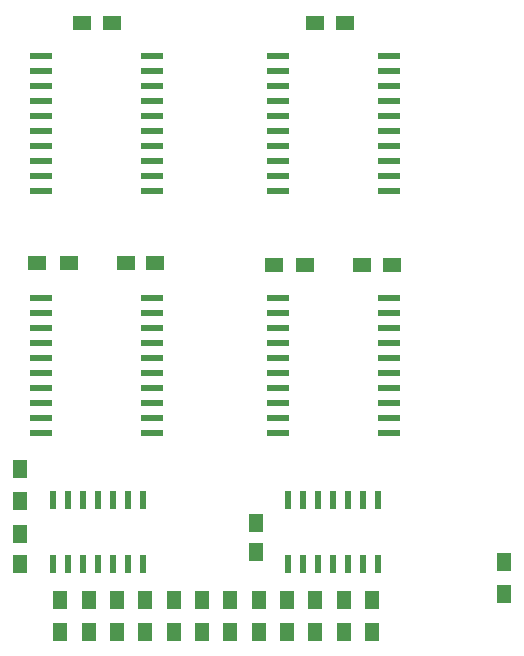
<source format=gbp>
%TF.GenerationSoftware,KiCad,Pcbnew,5.1.10*%
%TF.CreationDate,2021-12-03T13:16:58+01:00*%
%TF.ProjectId,afterglow_pico,61667465-7267-46c6-9f77-5f7069636f2e,rev?*%
%TF.SameCoordinates,Original*%
%TF.FileFunction,Paste,Bot*%
%TF.FilePolarity,Positive*%
%FSLAX46Y46*%
G04 Gerber Fmt 4.6, Leading zero omitted, Abs format (unit mm)*
G04 Created by KiCad (PCBNEW 5.1.10) date 2021-12-03 13:16:58*
%MOMM*%
%LPD*%
G01*
G04 APERTURE LIST*
%ADD10R,1.300000X1.500000*%
%ADD11R,1.500000X1.300000*%
%ADD12R,0.600000X1.500000*%
%ADD13R,1.250000X1.500000*%
%ADD14R,1.950000X0.600000*%
%ADD15R,1.500000X1.250000*%
G04 APERTURE END LIST*
D10*
%TO.C,R16*%
X173000000Y-108950000D03*
X173000000Y-106250000D03*
%TD*%
D11*
%TO.C,R2*%
X197150000Y-89000000D03*
X194450000Y-89000000D03*
%TD*%
D12*
%TO.C,U2*%
X175790000Y-114300000D03*
X177060000Y-114300000D03*
X178330000Y-114300000D03*
X179600000Y-114300000D03*
X180870000Y-114300000D03*
X182140000Y-114300000D03*
X183410000Y-114300000D03*
X183410000Y-108900000D03*
X182140000Y-108900000D03*
X180870000Y-108900000D03*
X179600000Y-108900000D03*
X178330000Y-108900000D03*
X177060000Y-108900000D03*
X175790000Y-108900000D03*
%TD*%
D10*
%TO.C,R15*%
X178800000Y-117300000D03*
X178800000Y-120000000D03*
%TD*%
%TO.C,R14*%
X181200000Y-117300000D03*
X181200000Y-120000000D03*
%TD*%
%TO.C,R13*%
X183600000Y-117300000D03*
X183600000Y-120000000D03*
%TD*%
%TO.C,R12*%
X186000000Y-117300000D03*
X186000000Y-120000000D03*
%TD*%
%TO.C,R11*%
X188400000Y-117300000D03*
X188400000Y-120000000D03*
%TD*%
%TO.C,R10*%
X193200000Y-120000000D03*
X193200000Y-117300000D03*
%TD*%
%TO.C,R9*%
X195600000Y-120000000D03*
X195600000Y-117300000D03*
%TD*%
%TO.C,R8*%
X198000000Y-120000000D03*
X198000000Y-117300000D03*
%TD*%
%TO.C,R7*%
X200400000Y-120000000D03*
X200400000Y-117300000D03*
%TD*%
%TO.C,R6*%
X202800000Y-120000000D03*
X202800000Y-117300000D03*
%TD*%
D11*
%TO.C,R5*%
X177150000Y-88800000D03*
X174450000Y-88800000D03*
%TD*%
D10*
%TO.C,R4*%
X176400000Y-117300000D03*
X176400000Y-120000000D03*
%TD*%
%TO.C,R3*%
X214000000Y-116850000D03*
X214000000Y-114150000D03*
%TD*%
D13*
%TO.C,C8*%
X173000000Y-114250000D03*
X173000000Y-111750000D03*
%TD*%
%TO.C,C7*%
X193000000Y-113300000D03*
X193000000Y-110800000D03*
%TD*%
D14*
%TO.C,U7*%
X184200000Y-91785000D03*
X184200000Y-93055000D03*
X184200000Y-94325000D03*
X184200000Y-95595000D03*
X184200000Y-96865000D03*
X184200000Y-98135000D03*
X184200000Y-99405000D03*
X184200000Y-100675000D03*
X184200000Y-101945000D03*
X184200000Y-103215000D03*
X174800000Y-103215000D03*
X174800000Y-101945000D03*
X174800000Y-100675000D03*
X174800000Y-99405000D03*
X174800000Y-98135000D03*
X174800000Y-96865000D03*
X174800000Y-95595000D03*
X174800000Y-94325000D03*
X174800000Y-93055000D03*
X174800000Y-91785000D03*
%TD*%
%TO.C,U6*%
X184200000Y-71285000D03*
X184200000Y-72555000D03*
X184200000Y-73825000D03*
X184200000Y-75095000D03*
X184200000Y-76365000D03*
X184200000Y-77635000D03*
X184200000Y-78905000D03*
X184200000Y-80175000D03*
X184200000Y-81445000D03*
X184200000Y-82715000D03*
X174800000Y-82715000D03*
X174800000Y-81445000D03*
X174800000Y-80175000D03*
X174800000Y-78905000D03*
X174800000Y-77635000D03*
X174800000Y-76365000D03*
X174800000Y-75095000D03*
X174800000Y-73825000D03*
X174800000Y-72555000D03*
X174800000Y-71285000D03*
%TD*%
%TO.C,U4*%
X194800000Y-91785000D03*
X194800000Y-93055000D03*
X194800000Y-94325000D03*
X194800000Y-95595000D03*
X194800000Y-96865000D03*
X194800000Y-98135000D03*
X194800000Y-99405000D03*
X194800000Y-100675000D03*
X194800000Y-101945000D03*
X194800000Y-103215000D03*
X204200000Y-103215000D03*
X204200000Y-101945000D03*
X204200000Y-100675000D03*
X204200000Y-99405000D03*
X204200000Y-98135000D03*
X204200000Y-96865000D03*
X204200000Y-95595000D03*
X204200000Y-94325000D03*
X204200000Y-93055000D03*
X204200000Y-91785000D03*
%TD*%
%TO.C,U3*%
X194800000Y-71285000D03*
X194800000Y-72555000D03*
X194800000Y-73825000D03*
X194800000Y-75095000D03*
X194800000Y-76365000D03*
X194800000Y-77635000D03*
X194800000Y-78905000D03*
X194800000Y-80175000D03*
X194800000Y-81445000D03*
X194800000Y-82715000D03*
X204200000Y-82715000D03*
X204200000Y-81445000D03*
X204200000Y-80175000D03*
X204200000Y-78905000D03*
X204200000Y-77635000D03*
X204200000Y-76365000D03*
X204200000Y-75095000D03*
X204200000Y-73825000D03*
X204200000Y-72555000D03*
X204200000Y-71285000D03*
%TD*%
D12*
%TO.C,U1*%
X195690000Y-114300000D03*
X196960000Y-114300000D03*
X198230000Y-114300000D03*
X199500000Y-114300000D03*
X200770000Y-114300000D03*
X202040000Y-114300000D03*
X203310000Y-114300000D03*
X203310000Y-108900000D03*
X202040000Y-108900000D03*
X200770000Y-108900000D03*
X199500000Y-108900000D03*
X198230000Y-108900000D03*
X196960000Y-108900000D03*
X195690000Y-108900000D03*
%TD*%
D10*
%TO.C,R1*%
X190800000Y-120000000D03*
X190800000Y-117300000D03*
%TD*%
D15*
%TO.C,C4*%
X184450000Y-88800000D03*
X181950000Y-88800000D03*
%TD*%
%TO.C,C3*%
X178250000Y-68500000D03*
X180750000Y-68500000D03*
%TD*%
%TO.C,C2*%
X204450000Y-89000000D03*
X201950000Y-89000000D03*
%TD*%
%TO.C,C1*%
X200500000Y-68500000D03*
X198000000Y-68500000D03*
%TD*%
M02*

</source>
